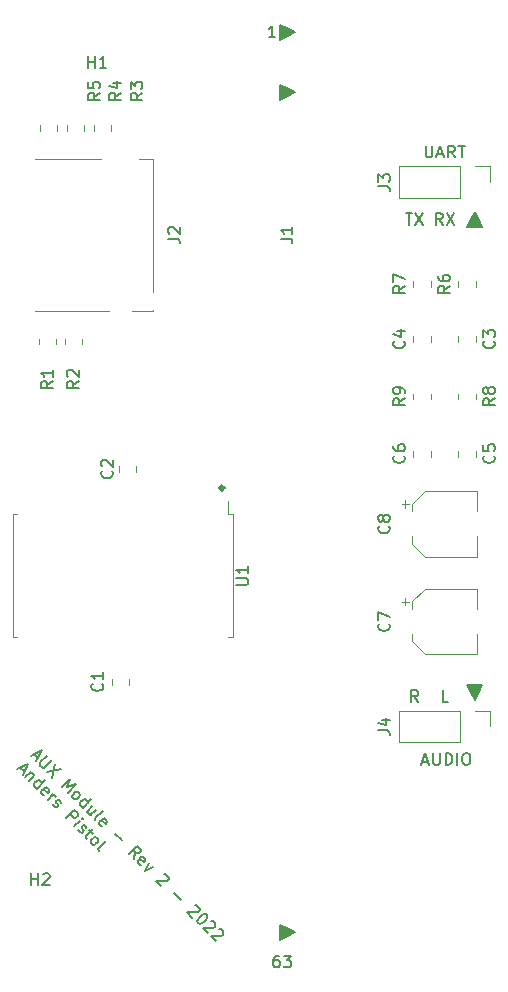
<source format=gbr>
%TF.GenerationSoftware,KiCad,Pcbnew,6.0.7*%
%TF.CreationDate,2022-09-06T19:52:02+02:00*%
%TF.ProjectId,srambrd,7372616d-6272-4642-9e6b-696361645f70,rev?*%
%TF.SameCoordinates,Original*%
%TF.FileFunction,Legend,Top*%
%TF.FilePolarity,Positive*%
%FSLAX46Y46*%
G04 Gerber Fmt 4.6, Leading zero omitted, Abs format (unit mm)*
G04 Created by KiCad (PCBNEW 6.0.7) date 2022-09-06 19:52:02*
%MOMM*%
%LPD*%
G01*
G04 APERTURE LIST*
%ADD10C,0.357843*%
%ADD11C,0.150000*%
%ADD12C,0.120000*%
G04 APERTURE END LIST*
D10*
X123578921Y-100800000D02*
G75*
G03*
X123578921Y-100800000I-178921J0D01*
G01*
D11*
X107454999Y-123352260D02*
X107791717Y-123688977D01*
X107185625Y-123486947D02*
X108128434Y-123015542D01*
X107657030Y-123958351D01*
X108599839Y-123486947D02*
X108027419Y-124059366D01*
X107993747Y-124160382D01*
X107993747Y-124227725D01*
X108027419Y-124328740D01*
X108162106Y-124463427D01*
X108263121Y-124497099D01*
X108330465Y-124497099D01*
X108431480Y-124463427D01*
X109003900Y-123891008D01*
X109273274Y-124160382D02*
X109037572Y-125338893D01*
X109744678Y-124631786D02*
X108566167Y-124867488D01*
X109845694Y-126147015D02*
X110552800Y-125439908D01*
X110283426Y-126180687D01*
X111024205Y-125911313D01*
X110317098Y-126618419D01*
X110754831Y-127056152D02*
X110721159Y-126955137D01*
X110721159Y-126887793D01*
X110754831Y-126786778D01*
X110956861Y-126584748D01*
X111057877Y-126551076D01*
X111125220Y-126551076D01*
X111226235Y-126584748D01*
X111327251Y-126685763D01*
X111360922Y-126786778D01*
X111360922Y-126854122D01*
X111327251Y-126955137D01*
X111125220Y-127157167D01*
X111024205Y-127190839D01*
X110956861Y-127190839D01*
X110855846Y-127157167D01*
X110754831Y-127056152D01*
X111596625Y-127897946D02*
X112303732Y-127190839D01*
X111630296Y-127864274D02*
X111529281Y-127830602D01*
X111394594Y-127695915D01*
X111360922Y-127594900D01*
X111360922Y-127527557D01*
X111394594Y-127426541D01*
X111596625Y-127224511D01*
X111697640Y-127190839D01*
X111764983Y-127190839D01*
X111865999Y-127224511D01*
X112000686Y-127359198D01*
X112034357Y-127460213D01*
X112707793Y-128066305D02*
X112236388Y-128537709D01*
X112404747Y-127763259D02*
X112034357Y-128133648D01*
X112000686Y-128234664D01*
X112034357Y-128335679D01*
X112135373Y-128436694D01*
X112236388Y-128470366D01*
X112303732Y-128470366D01*
X112674121Y-128975442D02*
X112640449Y-128874427D01*
X112674121Y-128773412D01*
X113280212Y-128167320D01*
X113246541Y-129480518D02*
X113145525Y-129446847D01*
X113010838Y-129312160D01*
X112977167Y-129211144D01*
X113010838Y-129110129D01*
X113280212Y-128840755D01*
X113381228Y-128807083D01*
X113482243Y-128840755D01*
X113616930Y-128975442D01*
X113650602Y-129076457D01*
X113616930Y-129177473D01*
X113549586Y-129244816D01*
X113145525Y-128975442D01*
X114357708Y-130120282D02*
X114896456Y-130659030D01*
X115906609Y-132207930D02*
X116007624Y-131635510D01*
X115502548Y-131803869D02*
X116209655Y-131096762D01*
X116479029Y-131366136D01*
X116512700Y-131467152D01*
X116512700Y-131534495D01*
X116479029Y-131635510D01*
X116378013Y-131736526D01*
X116276998Y-131770197D01*
X116209655Y-131770197D01*
X116108639Y-131736526D01*
X115839265Y-131467152D01*
X116512700Y-132746678D02*
X116411685Y-132713006D01*
X116276998Y-132578319D01*
X116243326Y-132477304D01*
X116276998Y-132376289D01*
X116546372Y-132106915D01*
X116647387Y-132073243D01*
X116748403Y-132106915D01*
X116883090Y-132241602D01*
X116916761Y-132342617D01*
X116883090Y-132443632D01*
X116815746Y-132510976D01*
X116411685Y-132241602D01*
X117219807Y-132578319D02*
X116916761Y-133218083D01*
X117556525Y-132915037D01*
X118499334Y-133521128D02*
X118566677Y-133521128D01*
X118667693Y-133554800D01*
X118836051Y-133723159D01*
X118869723Y-133824174D01*
X118869723Y-133891518D01*
X118836051Y-133992533D01*
X118768708Y-134059877D01*
X118634021Y-134127220D01*
X117825899Y-134127220D01*
X118263632Y-134564953D01*
X119374799Y-135137373D02*
X119913547Y-135676121D01*
X121125730Y-136147525D02*
X121193074Y-136147525D01*
X121294089Y-136181197D01*
X121462448Y-136349556D01*
X121496120Y-136450571D01*
X121496120Y-136517914D01*
X121462448Y-136618930D01*
X121395104Y-136686273D01*
X121260417Y-136753617D01*
X120452295Y-136753617D01*
X120890028Y-137191349D01*
X122034868Y-136921975D02*
X122102211Y-136989319D01*
X122135883Y-137090334D01*
X122135883Y-137157678D01*
X122102211Y-137258693D01*
X122001196Y-137427052D01*
X121832837Y-137595410D01*
X121664478Y-137696426D01*
X121563463Y-137730097D01*
X121496120Y-137730097D01*
X121395104Y-137696426D01*
X121327761Y-137629082D01*
X121294089Y-137528067D01*
X121294089Y-137460723D01*
X121327761Y-137359708D01*
X121428776Y-137191349D01*
X121597135Y-137022991D01*
X121765494Y-136921975D01*
X121866509Y-136888304D01*
X121933852Y-136888304D01*
X122034868Y-136921975D01*
X122472600Y-137494395D02*
X122539944Y-137494395D01*
X122640959Y-137528067D01*
X122809318Y-137696426D01*
X122842990Y-137797441D01*
X122842990Y-137864784D01*
X122809318Y-137965800D01*
X122741974Y-138033143D01*
X122607287Y-138100487D01*
X121799165Y-138100487D01*
X122236898Y-138538219D01*
X123146035Y-138167830D02*
X123213379Y-138167830D01*
X123314394Y-138201502D01*
X123482753Y-138369861D01*
X123516425Y-138470876D01*
X123516425Y-138538219D01*
X123482753Y-138639235D01*
X123415409Y-138706578D01*
X123280722Y-138773922D01*
X122472600Y-138773922D01*
X122910333Y-139211654D01*
X106316557Y-124490702D02*
X106653275Y-124827419D01*
X106047183Y-124625389D02*
X106989992Y-124153984D01*
X106518588Y-125096793D01*
X107225695Y-124861091D02*
X106754290Y-125332495D01*
X107158351Y-124928434D02*
X107225695Y-124928434D01*
X107326710Y-124962106D01*
X107427725Y-125063121D01*
X107461397Y-125164137D01*
X107427725Y-125265152D01*
X107057336Y-125635541D01*
X107697099Y-126275304D02*
X108404206Y-125568198D01*
X107730771Y-126241633D02*
X107629756Y-126207961D01*
X107495069Y-126073274D01*
X107461397Y-125972259D01*
X107461397Y-125904915D01*
X107495069Y-125803900D01*
X107697099Y-125601869D01*
X107798114Y-125568198D01*
X107865458Y-125568198D01*
X107966473Y-125601869D01*
X108101160Y-125736556D01*
X108134832Y-125837572D01*
X108336862Y-126847724D02*
X108235847Y-126814052D01*
X108101160Y-126679365D01*
X108067488Y-126578350D01*
X108101160Y-126477335D01*
X108370534Y-126207961D01*
X108471549Y-126174289D01*
X108572565Y-126207961D01*
X108707252Y-126342648D01*
X108740923Y-126443663D01*
X108707252Y-126544678D01*
X108639908Y-126612022D01*
X108235847Y-126342648D01*
X108639908Y-127218113D02*
X109111313Y-126746709D01*
X108976626Y-126881396D02*
X109077641Y-126847724D01*
X109144984Y-126847724D01*
X109246000Y-126881396D01*
X109313343Y-126948739D01*
X109077641Y-127588503D02*
X109111313Y-127689518D01*
X109246000Y-127824205D01*
X109347015Y-127857877D01*
X109448030Y-127824205D01*
X109481702Y-127790533D01*
X109515374Y-127689518D01*
X109481702Y-127588503D01*
X109380687Y-127487487D01*
X109347015Y-127386472D01*
X109380687Y-127285457D01*
X109414358Y-127251785D01*
X109515374Y-127218113D01*
X109616389Y-127251785D01*
X109717404Y-127352800D01*
X109751076Y-127453816D01*
X110188809Y-128767014D02*
X110895915Y-128059907D01*
X111165290Y-128329281D01*
X111198961Y-128430296D01*
X111198961Y-128497640D01*
X111165290Y-128598655D01*
X111064274Y-128699670D01*
X110963259Y-128733342D01*
X110895915Y-128733342D01*
X110794900Y-128699670D01*
X110525526Y-128430296D01*
X110895915Y-129474121D02*
X111367320Y-129002716D01*
X111603022Y-128767014D02*
X111535679Y-128767014D01*
X111535679Y-128834357D01*
X111603022Y-128834357D01*
X111603022Y-128767014D01*
X111535679Y-128834357D01*
X111232633Y-129743495D02*
X111266305Y-129844510D01*
X111400992Y-129979197D01*
X111502007Y-130012869D01*
X111603022Y-129979197D01*
X111636694Y-129945525D01*
X111670366Y-129844510D01*
X111636694Y-129743495D01*
X111535679Y-129642480D01*
X111502007Y-129541464D01*
X111535679Y-129440449D01*
X111569351Y-129406777D01*
X111670366Y-129373106D01*
X111771381Y-129406777D01*
X111872396Y-129507793D01*
X111906068Y-129608808D01*
X112175442Y-129810838D02*
X112444816Y-130080212D01*
X112512160Y-129676151D02*
X111906068Y-130282243D01*
X111872396Y-130383258D01*
X111906068Y-130484273D01*
X111973412Y-130551617D01*
X112310129Y-130888334D02*
X112276457Y-130787319D01*
X112276457Y-130719976D01*
X112310129Y-130618960D01*
X112512160Y-130416930D01*
X112613175Y-130383258D01*
X112680518Y-130383258D01*
X112781534Y-130416930D01*
X112882549Y-130517945D01*
X112916221Y-130618960D01*
X112916221Y-130686304D01*
X112882549Y-130787319D01*
X112680518Y-130989350D01*
X112579503Y-131023021D01*
X112512160Y-131023021D01*
X112411144Y-130989350D01*
X112310129Y-130888334D01*
X112949892Y-131528098D02*
X112916221Y-131427082D01*
X112949892Y-131326067D01*
X113555984Y-130719976D01*
G36*
X144806883Y-118811847D02*
G01*
X144171883Y-117541847D01*
X145441883Y-117541847D01*
X144806883Y-118811847D01*
G37*
X144806883Y-118811847D02*
X144171883Y-117541847D01*
X145441883Y-117541847D01*
X144806883Y-118811847D01*
G36*
X129540000Y-62230000D02*
G01*
X128270000Y-62865000D01*
X128270000Y-61595000D01*
X129540000Y-62230000D01*
G37*
X129540000Y-62230000D02*
X128270000Y-62865000D01*
X128270000Y-61595000D01*
X129540000Y-62230000D01*
G36*
X129540000Y-67310000D02*
G01*
X128270000Y-67945000D01*
X128270000Y-66675000D01*
X129540000Y-67310000D01*
G37*
X129540000Y-67310000D02*
X128270000Y-67945000D01*
X128270000Y-66675000D01*
X129540000Y-67310000D01*
G36*
X145415000Y-78740000D02*
G01*
X144145000Y-78740000D01*
X144780000Y-77470000D01*
X145415000Y-78740000D01*
G37*
X145415000Y-78740000D02*
X144145000Y-78740000D01*
X144780000Y-77470000D01*
X145415000Y-78740000D01*
G36*
X129540000Y-138430000D02*
G01*
X128270000Y-139065000D01*
X128270000Y-137795000D01*
X129540000Y-138430000D01*
G37*
X129540000Y-138430000D02*
X128270000Y-139065000D01*
X128270000Y-137795000D01*
X129540000Y-138430000D01*
X142073333Y-78557380D02*
X141740000Y-78081190D01*
X141501904Y-78557380D02*
X141501904Y-77557380D01*
X141882857Y-77557380D01*
X141978095Y-77605000D01*
X142025714Y-77652619D01*
X142073333Y-77747857D01*
X142073333Y-77890714D01*
X142025714Y-77985952D01*
X141978095Y-78033571D01*
X141882857Y-78081190D01*
X141501904Y-78081190D01*
X142406666Y-77557380D02*
X143073333Y-78557380D01*
X143073333Y-77557380D02*
X142406666Y-78557380D01*
X138938095Y-77557380D02*
X139509523Y-77557380D01*
X139223809Y-78557380D02*
X139223809Y-77557380D01*
X139747619Y-77557380D02*
X140414285Y-78557380D01*
X140414285Y-77557380D02*
X139747619Y-78557380D01*
X140644761Y-71842380D02*
X140644761Y-72651904D01*
X140692380Y-72747142D01*
X140740000Y-72794761D01*
X140835238Y-72842380D01*
X141025714Y-72842380D01*
X141120952Y-72794761D01*
X141168571Y-72747142D01*
X141216190Y-72651904D01*
X141216190Y-71842380D01*
X141644761Y-72556666D02*
X142120952Y-72556666D01*
X141549523Y-72842380D02*
X141882857Y-71842380D01*
X142216190Y-72842380D01*
X143120952Y-72842380D02*
X142787619Y-72366190D01*
X142549523Y-72842380D02*
X142549523Y-71842380D01*
X142930476Y-71842380D01*
X143025714Y-71890000D01*
X143073333Y-71937619D01*
X143120952Y-72032857D01*
X143120952Y-72175714D01*
X143073333Y-72270952D01*
X143025714Y-72318571D01*
X142930476Y-72366190D01*
X142549523Y-72366190D01*
X143406666Y-71842380D02*
X143978095Y-71842380D01*
X143692380Y-72842380D02*
X143692380Y-71842380D01*
X142549523Y-118925649D02*
X142073333Y-118925649D01*
X142073333Y-117925649D01*
X140009523Y-118925649D02*
X139676190Y-118449459D01*
X139438095Y-118925649D02*
X139438095Y-117925649D01*
X139819047Y-117925649D01*
X139914285Y-117973269D01*
X139961904Y-118020888D01*
X140009523Y-118116126D01*
X140009523Y-118258983D01*
X139961904Y-118354221D01*
X139914285Y-118401840D01*
X139819047Y-118449459D01*
X139438095Y-118449459D01*
X128204404Y-140422380D02*
X128013928Y-140422380D01*
X127918690Y-140470000D01*
X127871071Y-140517619D01*
X127775833Y-140660476D01*
X127728214Y-140850952D01*
X127728214Y-141231904D01*
X127775833Y-141327142D01*
X127823452Y-141374761D01*
X127918690Y-141422380D01*
X128109166Y-141422380D01*
X128204404Y-141374761D01*
X128252023Y-141327142D01*
X128299642Y-141231904D01*
X128299642Y-140993809D01*
X128252023Y-140898571D01*
X128204404Y-140850952D01*
X128109166Y-140803333D01*
X127918690Y-140803333D01*
X127823452Y-140850952D01*
X127775833Y-140898571D01*
X127728214Y-140993809D01*
X128632976Y-140422380D02*
X129252023Y-140422380D01*
X128918690Y-140803333D01*
X129061547Y-140803333D01*
X129156785Y-140850952D01*
X129204404Y-140898571D01*
X129252023Y-140993809D01*
X129252023Y-141231904D01*
X129204404Y-141327142D01*
X129156785Y-141374761D01*
X129061547Y-141422380D01*
X128775833Y-141422380D01*
X128680595Y-141374761D01*
X128632976Y-141327142D01*
X140372399Y-123991666D02*
X140848589Y-123991666D01*
X140277161Y-124277380D02*
X140610494Y-123277380D01*
X140943828Y-124277380D01*
X141277161Y-123277380D02*
X141277161Y-124086904D01*
X141324780Y-124182142D01*
X141372399Y-124229761D01*
X141467637Y-124277380D01*
X141658113Y-124277380D01*
X141753351Y-124229761D01*
X141800970Y-124182142D01*
X141848589Y-124086904D01*
X141848589Y-123277380D01*
X142324780Y-124277380D02*
X142324780Y-123277380D01*
X142562875Y-123277380D01*
X142705732Y-123325000D01*
X142800970Y-123420238D01*
X142848589Y-123515476D01*
X142896209Y-123705952D01*
X142896209Y-123848809D01*
X142848589Y-124039285D01*
X142800970Y-124134523D01*
X142705732Y-124229761D01*
X142562875Y-124277380D01*
X142324780Y-124277380D01*
X143324780Y-124277380D02*
X143324780Y-123277380D01*
X143991447Y-123277380D02*
X144181923Y-123277380D01*
X144277161Y-123325000D01*
X144372399Y-123420238D01*
X144420018Y-123610714D01*
X144420018Y-123944047D01*
X144372399Y-124134523D01*
X144277161Y-124229761D01*
X144181923Y-124277380D01*
X143991447Y-124277380D01*
X143896209Y-124229761D01*
X143800970Y-124134523D01*
X143753351Y-123944047D01*
X143753351Y-123610714D01*
X143800970Y-123420238D01*
X143896209Y-123325000D01*
X143991447Y-123277380D01*
X127920714Y-62682380D02*
X127349285Y-62682380D01*
X127635000Y-62682380D02*
X127635000Y-61682380D01*
X127539761Y-61825238D01*
X127444523Y-61920476D01*
X127349285Y-61968095D01*
%TO.C,R5*%
X113052380Y-67366666D02*
X112576190Y-67700000D01*
X113052380Y-67938095D02*
X112052380Y-67938095D01*
X112052380Y-67557142D01*
X112100000Y-67461904D01*
X112147619Y-67414285D01*
X112242857Y-67366666D01*
X112385714Y-67366666D01*
X112480952Y-67414285D01*
X112528571Y-67461904D01*
X112576190Y-67557142D01*
X112576190Y-67938095D01*
X112052380Y-66461904D02*
X112052380Y-66938095D01*
X112528571Y-66985714D01*
X112480952Y-66938095D01*
X112433333Y-66842857D01*
X112433333Y-66604761D01*
X112480952Y-66509523D01*
X112528571Y-66461904D01*
X112623809Y-66414285D01*
X112861904Y-66414285D01*
X112957142Y-66461904D01*
X113004761Y-66509523D01*
X113052380Y-66604761D01*
X113052380Y-66842857D01*
X113004761Y-66938095D01*
X112957142Y-66985714D01*
%TO.C,C7*%
X137512299Y-112306407D02*
X137559918Y-112354026D01*
X137607537Y-112496883D01*
X137607537Y-112592121D01*
X137559918Y-112734979D01*
X137464680Y-112830217D01*
X137369442Y-112877836D01*
X137178966Y-112925455D01*
X137036109Y-112925455D01*
X136845633Y-112877836D01*
X136750395Y-112830217D01*
X136655157Y-112734979D01*
X136607537Y-112592121D01*
X136607537Y-112496883D01*
X136655157Y-112354026D01*
X136702776Y-112306407D01*
X136607537Y-111973074D02*
X136607537Y-111306407D01*
X137607537Y-111734979D01*
%TO.C,R4*%
X114852380Y-67366666D02*
X114376190Y-67700000D01*
X114852380Y-67938095D02*
X113852380Y-67938095D01*
X113852380Y-67557142D01*
X113900000Y-67461904D01*
X113947619Y-67414285D01*
X114042857Y-67366666D01*
X114185714Y-67366666D01*
X114280952Y-67414285D01*
X114328571Y-67461904D01*
X114376190Y-67557142D01*
X114376190Y-67938095D01*
X114185714Y-66509523D02*
X114852380Y-66509523D01*
X113804761Y-66747619D02*
X114519047Y-66985714D01*
X114519047Y-66366666D01*
%TO.C,J3*%
X136612380Y-75263333D02*
X137326666Y-75263333D01*
X137469523Y-75310952D01*
X137564761Y-75406190D01*
X137612380Y-75549047D01*
X137612380Y-75644285D01*
X136612380Y-74882380D02*
X136612380Y-74263333D01*
X136993333Y-74596666D01*
X136993333Y-74453809D01*
X137040952Y-74358571D01*
X137088571Y-74310952D01*
X137183809Y-74263333D01*
X137421904Y-74263333D01*
X137517142Y-74310952D01*
X137564761Y-74358571D01*
X137612380Y-74453809D01*
X137612380Y-74739523D01*
X137564761Y-74834761D01*
X137517142Y-74882380D01*
%TO.C,C4*%
X138787142Y-88392435D02*
X138834761Y-88440054D01*
X138882380Y-88582911D01*
X138882380Y-88678149D01*
X138834761Y-88821007D01*
X138739523Y-88916245D01*
X138644285Y-88963864D01*
X138453809Y-89011483D01*
X138310952Y-89011483D01*
X138120476Y-88963864D01*
X138025238Y-88916245D01*
X137930000Y-88821007D01*
X137882380Y-88678149D01*
X137882380Y-88582911D01*
X137930000Y-88440054D01*
X137977619Y-88392435D01*
X138215714Y-87535292D02*
X138882380Y-87535292D01*
X137834761Y-87773388D02*
X138549047Y-88011483D01*
X138549047Y-87392435D01*
%TO.C,H1*%
X112038095Y-65252380D02*
X112038095Y-64252380D01*
X112038095Y-64728571D02*
X112609523Y-64728571D01*
X112609523Y-65252380D02*
X112609523Y-64252380D01*
X113609523Y-65252380D02*
X113038095Y-65252380D01*
X113323809Y-65252380D02*
X113323809Y-64252380D01*
X113228571Y-64395238D01*
X113133333Y-64490476D01*
X113038095Y-64538095D01*
%TO.C,R6*%
X142692380Y-83714935D02*
X142216190Y-84048269D01*
X142692380Y-84286364D02*
X141692380Y-84286364D01*
X141692380Y-83905411D01*
X141740000Y-83810173D01*
X141787619Y-83762554D01*
X141882857Y-83714935D01*
X142025714Y-83714935D01*
X142120952Y-83762554D01*
X142168571Y-83810173D01*
X142216190Y-83905411D01*
X142216190Y-84286364D01*
X141692380Y-82857792D02*
X141692380Y-83048269D01*
X141740000Y-83143507D01*
X141787619Y-83191126D01*
X141930476Y-83286364D01*
X142120952Y-83333983D01*
X142501904Y-83333983D01*
X142597142Y-83286364D01*
X142644761Y-83238745D01*
X142692380Y-83143507D01*
X142692380Y-82953030D01*
X142644761Y-82857792D01*
X142597142Y-82810173D01*
X142501904Y-82762554D01*
X142263809Y-82762554D01*
X142168571Y-82810173D01*
X142120952Y-82857792D01*
X142073333Y-82953030D01*
X142073333Y-83143507D01*
X142120952Y-83238745D01*
X142168571Y-83286364D01*
X142263809Y-83333983D01*
%TO.C,J4*%
X136612380Y-121346602D02*
X137326666Y-121346602D01*
X137469523Y-121394221D01*
X137564761Y-121489459D01*
X137612380Y-121632316D01*
X137612380Y-121727554D01*
X136945714Y-120441840D02*
X137612380Y-120441840D01*
X136564761Y-120679935D02*
X137279047Y-120918030D01*
X137279047Y-120298983D01*
%TO.C,R9*%
X138882380Y-93239935D02*
X138406190Y-93573269D01*
X138882380Y-93811364D02*
X137882380Y-93811364D01*
X137882380Y-93430411D01*
X137930000Y-93335173D01*
X137977619Y-93287554D01*
X138072857Y-93239935D01*
X138215714Y-93239935D01*
X138310952Y-93287554D01*
X138358571Y-93335173D01*
X138406190Y-93430411D01*
X138406190Y-93811364D01*
X138882380Y-92763745D02*
X138882380Y-92573269D01*
X138834761Y-92478030D01*
X138787142Y-92430411D01*
X138644285Y-92335173D01*
X138453809Y-92287554D01*
X138072857Y-92287554D01*
X137977619Y-92335173D01*
X137930000Y-92382792D01*
X137882380Y-92478030D01*
X137882380Y-92668507D01*
X137930000Y-92763745D01*
X137977619Y-92811364D01*
X138072857Y-92858983D01*
X138310952Y-92858983D01*
X138406190Y-92811364D01*
X138453809Y-92763745D01*
X138501428Y-92668507D01*
X138501428Y-92478030D01*
X138453809Y-92382792D01*
X138406190Y-92335173D01*
X138310952Y-92287554D01*
%TO.C,R1*%
X109052380Y-91766666D02*
X108576190Y-92100000D01*
X109052380Y-92338095D02*
X108052380Y-92338095D01*
X108052380Y-91957142D01*
X108100000Y-91861904D01*
X108147619Y-91814285D01*
X108242857Y-91766666D01*
X108385714Y-91766666D01*
X108480952Y-91814285D01*
X108528571Y-91861904D01*
X108576190Y-91957142D01*
X108576190Y-92338095D01*
X109052380Y-90814285D02*
X109052380Y-91385714D01*
X109052380Y-91100000D02*
X108052380Y-91100000D01*
X108195238Y-91195238D01*
X108290476Y-91290476D01*
X108338095Y-91385714D01*
%TO.C,C2*%
X114077142Y-99366666D02*
X114124761Y-99414285D01*
X114172380Y-99557142D01*
X114172380Y-99652380D01*
X114124761Y-99795238D01*
X114029523Y-99890476D01*
X113934285Y-99938095D01*
X113743809Y-99985714D01*
X113600952Y-99985714D01*
X113410476Y-99938095D01*
X113315238Y-99890476D01*
X113220000Y-99795238D01*
X113172380Y-99652380D01*
X113172380Y-99557142D01*
X113220000Y-99414285D01*
X113267619Y-99366666D01*
X113267619Y-98985714D02*
X113220000Y-98938095D01*
X113172380Y-98842857D01*
X113172380Y-98604761D01*
X113220000Y-98509523D01*
X113267619Y-98461904D01*
X113362857Y-98414285D01*
X113458095Y-98414285D01*
X113600952Y-98461904D01*
X114172380Y-99033333D01*
X114172380Y-98414285D01*
%TO.C,U1*%
X124612380Y-109011904D02*
X125421904Y-109011904D01*
X125517142Y-108964285D01*
X125564761Y-108916666D01*
X125612380Y-108821428D01*
X125612380Y-108630952D01*
X125564761Y-108535714D01*
X125517142Y-108488095D01*
X125421904Y-108440476D01*
X124612380Y-108440476D01*
X125612380Y-107440476D02*
X125612380Y-108011904D01*
X125612380Y-107726190D02*
X124612380Y-107726190D01*
X124755238Y-107821428D01*
X124850476Y-107916666D01*
X124898095Y-108011904D01*
%TO.C,R3*%
X116652380Y-67366666D02*
X116176190Y-67700000D01*
X116652380Y-67938095D02*
X115652380Y-67938095D01*
X115652380Y-67557142D01*
X115700000Y-67461904D01*
X115747619Y-67414285D01*
X115842857Y-67366666D01*
X115985714Y-67366666D01*
X116080952Y-67414285D01*
X116128571Y-67461904D01*
X116176190Y-67557142D01*
X116176190Y-67938095D01*
X115652380Y-67033333D02*
X115652380Y-66414285D01*
X116033333Y-66747619D01*
X116033333Y-66604761D01*
X116080952Y-66509523D01*
X116128571Y-66461904D01*
X116223809Y-66414285D01*
X116461904Y-66414285D01*
X116557142Y-66461904D01*
X116604761Y-66509523D01*
X116652380Y-66604761D01*
X116652380Y-66890476D01*
X116604761Y-66985714D01*
X116557142Y-67033333D01*
%TO.C,C1*%
X113252142Y-117387666D02*
X113299761Y-117435285D01*
X113347380Y-117578142D01*
X113347380Y-117673380D01*
X113299761Y-117816238D01*
X113204523Y-117911476D01*
X113109285Y-117959095D01*
X112918809Y-118006714D01*
X112775952Y-118006714D01*
X112585476Y-117959095D01*
X112490238Y-117911476D01*
X112395000Y-117816238D01*
X112347380Y-117673380D01*
X112347380Y-117578142D01*
X112395000Y-117435285D01*
X112442619Y-117387666D01*
X113347380Y-116435285D02*
X113347380Y-117006714D01*
X113347380Y-116721000D02*
X112347380Y-116721000D01*
X112490238Y-116816238D01*
X112585476Y-116911476D01*
X112633095Y-117006714D01*
%TO.C,C8*%
X137512299Y-104051407D02*
X137559918Y-104099026D01*
X137607537Y-104241883D01*
X137607537Y-104337121D01*
X137559918Y-104479979D01*
X137464680Y-104575217D01*
X137369442Y-104622836D01*
X137178966Y-104670455D01*
X137036109Y-104670455D01*
X136845633Y-104622836D01*
X136750395Y-104575217D01*
X136655157Y-104479979D01*
X136607537Y-104337121D01*
X136607537Y-104241883D01*
X136655157Y-104099026D01*
X136702776Y-104051407D01*
X137036109Y-103479979D02*
X136988490Y-103575217D01*
X136940871Y-103622836D01*
X136845633Y-103670455D01*
X136798014Y-103670455D01*
X136702776Y-103622836D01*
X136655157Y-103575217D01*
X136607537Y-103479979D01*
X136607537Y-103289502D01*
X136655157Y-103194264D01*
X136702776Y-103146645D01*
X136798014Y-103099026D01*
X136845633Y-103099026D01*
X136940871Y-103146645D01*
X136988490Y-103194264D01*
X137036109Y-103289502D01*
X137036109Y-103479979D01*
X137083728Y-103575217D01*
X137131347Y-103622836D01*
X137226585Y-103670455D01*
X137417061Y-103670455D01*
X137512299Y-103622836D01*
X137559918Y-103575217D01*
X137607537Y-103479979D01*
X137607537Y-103289502D01*
X137559918Y-103194264D01*
X137512299Y-103146645D01*
X137417061Y-103099026D01*
X137226585Y-103099026D01*
X137131347Y-103146645D01*
X137083728Y-103194264D01*
X137036109Y-103289502D01*
%TO.C,C6*%
X138787142Y-98087435D02*
X138834761Y-98135054D01*
X138882380Y-98277911D01*
X138882380Y-98373149D01*
X138834761Y-98516007D01*
X138739523Y-98611245D01*
X138644285Y-98658864D01*
X138453809Y-98706483D01*
X138310952Y-98706483D01*
X138120476Y-98658864D01*
X138025238Y-98611245D01*
X137930000Y-98516007D01*
X137882380Y-98373149D01*
X137882380Y-98277911D01*
X137930000Y-98135054D01*
X137977619Y-98087435D01*
X137882380Y-97230292D02*
X137882380Y-97420769D01*
X137930000Y-97516007D01*
X137977619Y-97563626D01*
X138120476Y-97658864D01*
X138310952Y-97706483D01*
X138691904Y-97706483D01*
X138787142Y-97658864D01*
X138834761Y-97611245D01*
X138882380Y-97516007D01*
X138882380Y-97325530D01*
X138834761Y-97230292D01*
X138787142Y-97182673D01*
X138691904Y-97135054D01*
X138453809Y-97135054D01*
X138358571Y-97182673D01*
X138310952Y-97230292D01*
X138263333Y-97325530D01*
X138263333Y-97516007D01*
X138310952Y-97611245D01*
X138358571Y-97658864D01*
X138453809Y-97706483D01*
%TO.C,C5*%
X146407142Y-98087435D02*
X146454761Y-98135054D01*
X146502380Y-98277911D01*
X146502380Y-98373149D01*
X146454761Y-98516007D01*
X146359523Y-98611245D01*
X146264285Y-98658864D01*
X146073809Y-98706483D01*
X145930952Y-98706483D01*
X145740476Y-98658864D01*
X145645238Y-98611245D01*
X145550000Y-98516007D01*
X145502380Y-98373149D01*
X145502380Y-98277911D01*
X145550000Y-98135054D01*
X145597619Y-98087435D01*
X145502380Y-97182673D02*
X145502380Y-97658864D01*
X145978571Y-97706483D01*
X145930952Y-97658864D01*
X145883333Y-97563626D01*
X145883333Y-97325530D01*
X145930952Y-97230292D01*
X145978571Y-97182673D01*
X146073809Y-97135054D01*
X146311904Y-97135054D01*
X146407142Y-97182673D01*
X146454761Y-97230292D01*
X146502380Y-97325530D01*
X146502380Y-97563626D01*
X146454761Y-97658864D01*
X146407142Y-97706483D01*
%TO.C,R7*%
X138882380Y-83714935D02*
X138406190Y-84048269D01*
X138882380Y-84286364D02*
X137882380Y-84286364D01*
X137882380Y-83905411D01*
X137930000Y-83810173D01*
X137977619Y-83762554D01*
X138072857Y-83714935D01*
X138215714Y-83714935D01*
X138310952Y-83762554D01*
X138358571Y-83810173D01*
X138406190Y-83905411D01*
X138406190Y-84286364D01*
X137882380Y-83381602D02*
X137882380Y-82714935D01*
X138882380Y-83143507D01*
%TO.C,H2*%
X107238095Y-134452380D02*
X107238095Y-133452380D01*
X107238095Y-133928571D02*
X107809523Y-133928571D01*
X107809523Y-134452380D02*
X107809523Y-133452380D01*
X108238095Y-133547619D02*
X108285714Y-133500000D01*
X108380952Y-133452380D01*
X108619047Y-133452380D01*
X108714285Y-133500000D01*
X108761904Y-133547619D01*
X108809523Y-133642857D01*
X108809523Y-133738095D01*
X108761904Y-133880952D01*
X108190476Y-134452380D01*
X108809523Y-134452380D01*
%TO.C,C3*%
X146407142Y-88392435D02*
X146454761Y-88440054D01*
X146502380Y-88582911D01*
X146502380Y-88678149D01*
X146454761Y-88821007D01*
X146359523Y-88916245D01*
X146264285Y-88963864D01*
X146073809Y-89011483D01*
X145930952Y-89011483D01*
X145740476Y-88963864D01*
X145645238Y-88916245D01*
X145550000Y-88821007D01*
X145502380Y-88678149D01*
X145502380Y-88582911D01*
X145550000Y-88440054D01*
X145597619Y-88392435D01*
X145502380Y-88059102D02*
X145502380Y-87440054D01*
X145883333Y-87773388D01*
X145883333Y-87630530D01*
X145930952Y-87535292D01*
X145978571Y-87487673D01*
X146073809Y-87440054D01*
X146311904Y-87440054D01*
X146407142Y-87487673D01*
X146454761Y-87535292D01*
X146502380Y-87630530D01*
X146502380Y-87916245D01*
X146454761Y-88011483D01*
X146407142Y-88059102D01*
%TO.C,R8*%
X146502380Y-93239935D02*
X146026190Y-93573269D01*
X146502380Y-93811364D02*
X145502380Y-93811364D01*
X145502380Y-93430411D01*
X145550000Y-93335173D01*
X145597619Y-93287554D01*
X145692857Y-93239935D01*
X145835714Y-93239935D01*
X145930952Y-93287554D01*
X145978571Y-93335173D01*
X146026190Y-93430411D01*
X146026190Y-93811364D01*
X145930952Y-92668507D02*
X145883333Y-92763745D01*
X145835714Y-92811364D01*
X145740476Y-92858983D01*
X145692857Y-92858983D01*
X145597619Y-92811364D01*
X145550000Y-92763745D01*
X145502380Y-92668507D01*
X145502380Y-92478030D01*
X145550000Y-92382792D01*
X145597619Y-92335173D01*
X145692857Y-92287554D01*
X145740476Y-92287554D01*
X145835714Y-92335173D01*
X145883333Y-92382792D01*
X145930952Y-92478030D01*
X145930952Y-92668507D01*
X145978571Y-92763745D01*
X146026190Y-92811364D01*
X146121428Y-92858983D01*
X146311904Y-92858983D01*
X146407142Y-92811364D01*
X146454761Y-92763745D01*
X146502380Y-92668507D01*
X146502380Y-92478030D01*
X146454761Y-92382792D01*
X146407142Y-92335173D01*
X146311904Y-92287554D01*
X146121428Y-92287554D01*
X146026190Y-92335173D01*
X145978571Y-92382792D01*
X145930952Y-92478030D01*
%TO.C,R2*%
X111252380Y-91766666D02*
X110776190Y-92100000D01*
X111252380Y-92338095D02*
X110252380Y-92338095D01*
X110252380Y-91957142D01*
X110300000Y-91861904D01*
X110347619Y-91814285D01*
X110442857Y-91766666D01*
X110585714Y-91766666D01*
X110680952Y-91814285D01*
X110728571Y-91861904D01*
X110776190Y-91957142D01*
X110776190Y-92338095D01*
X110347619Y-91385714D02*
X110300000Y-91338095D01*
X110252380Y-91242857D01*
X110252380Y-91004761D01*
X110300000Y-90909523D01*
X110347619Y-90861904D01*
X110442857Y-90814285D01*
X110538095Y-90814285D01*
X110680952Y-90861904D01*
X111252380Y-91433333D01*
X111252380Y-90814285D01*
%TO.C,J2*%
X118837380Y-79708333D02*
X119551666Y-79708333D01*
X119694523Y-79755952D01*
X119789761Y-79851190D01*
X119837380Y-79994047D01*
X119837380Y-80089285D01*
X118932619Y-79279761D02*
X118885000Y-79232142D01*
X118837380Y-79136904D01*
X118837380Y-78898809D01*
X118885000Y-78803571D01*
X118932619Y-78755952D01*
X119027857Y-78708333D01*
X119123095Y-78708333D01*
X119265952Y-78755952D01*
X119837380Y-79327380D01*
X119837380Y-78708333D01*
%TO.C,J1*%
X128357380Y-79708333D02*
X129071666Y-79708333D01*
X129214523Y-79755952D01*
X129309761Y-79851190D01*
X129357380Y-79994047D01*
X129357380Y-80089285D01*
X129357380Y-78708333D02*
X129357380Y-79279761D01*
X129357380Y-78994047D02*
X128357380Y-78994047D01*
X128500238Y-79089285D01*
X128595476Y-79184523D01*
X128643095Y-79279761D01*
D12*
%TO.C,R5*%
X109447000Y-70130936D02*
X109447000Y-70585064D01*
X107977000Y-70130936D02*
X107977000Y-70585064D01*
%TO.C,C7*%
X140544437Y-114883269D02*
X145000000Y-114883269D01*
X145000000Y-109363269D02*
X145000000Y-111063269D01*
X139480000Y-113818832D02*
X140544437Y-114883269D01*
X139480000Y-113818832D02*
X139480000Y-113183269D01*
X139480000Y-110427706D02*
X139480000Y-111063269D01*
X138927500Y-110125769D02*
X138927500Y-110750769D01*
X145000000Y-114883269D02*
X145000000Y-113183269D01*
X138615000Y-110438269D02*
X139240000Y-110438269D01*
X139480000Y-110427706D02*
X140544437Y-109363269D01*
X140544437Y-109363269D02*
X145000000Y-109363269D01*
%TO.C,R4*%
X111733000Y-70130936D02*
X111733000Y-70585064D01*
X110263000Y-70130936D02*
X110263000Y-70585064D01*
%TO.C,J3*%
X143510000Y-76260000D02*
X138370000Y-76260000D01*
X143510000Y-73600000D02*
X138370000Y-73600000D01*
X144780000Y-73600000D02*
X146110000Y-73600000D01*
X146110000Y-73600000D02*
X146110000Y-74930000D01*
X138370000Y-73600000D02*
X138370000Y-76260000D01*
X143510000Y-73600000D02*
X143510000Y-76260000D01*
%TO.C,C4*%
X139600000Y-88487021D02*
X139600000Y-87964517D01*
X141070000Y-88487021D02*
X141070000Y-87964517D01*
%TO.C,R6*%
X144880000Y-83321205D02*
X144880000Y-83775333D01*
X143410000Y-83321205D02*
X143410000Y-83775333D01*
%TO.C,J4*%
X143510000Y-119683269D02*
X143510000Y-122343269D01*
X146110000Y-119683269D02*
X146110000Y-121013269D01*
X144780000Y-119683269D02*
X146110000Y-119683269D01*
X138370000Y-119683269D02*
X138370000Y-122343269D01*
X143510000Y-122343269D02*
X138370000Y-122343269D01*
X143510000Y-119683269D02*
X138370000Y-119683269D01*
%TO.C,R9*%
X141070000Y-92846205D02*
X141070000Y-93300333D01*
X139600000Y-92846205D02*
X139600000Y-93300333D01*
%TO.C,R1*%
X109335000Y-88627064D02*
X109335000Y-88172936D01*
X107865000Y-88627064D02*
X107865000Y-88172936D01*
%TO.C,C2*%
X114665000Y-99461252D02*
X114665000Y-98938748D01*
X116135000Y-99461252D02*
X116135000Y-98938748D01*
%TO.C,U1*%
X123935000Y-103060000D02*
X123935000Y-101900000D01*
X124315000Y-108250000D02*
X124315000Y-103060000D01*
X124315000Y-113440000D02*
X123935000Y-113440000D01*
X105685000Y-103060000D02*
X106065000Y-103060000D01*
X105685000Y-108250000D02*
X105685000Y-113440000D01*
X124315000Y-108250000D02*
X124315000Y-113440000D01*
X124315000Y-103060000D02*
X123935000Y-103060000D01*
X105685000Y-108250000D02*
X105685000Y-103060000D01*
X105685000Y-113440000D02*
X106065000Y-113440000D01*
%TO.C,R3*%
X112549000Y-70130936D02*
X112549000Y-70585064D01*
X114019000Y-70130936D02*
X114019000Y-70585064D01*
%TO.C,C1*%
X114065000Y-116959748D02*
X114065000Y-117482252D01*
X115535000Y-116959748D02*
X115535000Y-117482252D01*
%TO.C,C8*%
X140544437Y-101108269D02*
X145000000Y-101108269D01*
X138615000Y-102183269D02*
X139240000Y-102183269D01*
X145000000Y-106628269D02*
X145000000Y-104928269D01*
X139480000Y-102172706D02*
X139480000Y-102808269D01*
X145000000Y-101108269D02*
X145000000Y-102808269D01*
X139480000Y-105563832D02*
X140544437Y-106628269D01*
X140544437Y-106628269D02*
X145000000Y-106628269D01*
X139480000Y-105563832D02*
X139480000Y-104928269D01*
X139480000Y-102172706D02*
X140544437Y-101108269D01*
X138927500Y-101870769D02*
X138927500Y-102495769D01*
%TO.C,C6*%
X141070000Y-98182021D02*
X141070000Y-97659517D01*
X139600000Y-98182021D02*
X139600000Y-97659517D01*
%TO.C,C5*%
X143410000Y-97659517D02*
X143410000Y-98182021D01*
X144880000Y-97659517D02*
X144880000Y-98182021D01*
%TO.C,R7*%
X141070000Y-83321205D02*
X141070000Y-83775333D01*
X139600000Y-83321205D02*
X139600000Y-83775333D01*
%TO.C,C3*%
X144880000Y-87964517D02*
X144880000Y-88487021D01*
X143410000Y-87964517D02*
X143410000Y-88487021D01*
%TO.C,R8*%
X144880000Y-92846205D02*
X144880000Y-93300333D01*
X143410000Y-92846205D02*
X143410000Y-93300333D01*
%TO.C,R2*%
X111535000Y-88627064D02*
X111535000Y-88172936D01*
X110065000Y-88627064D02*
X110065000Y-88172936D01*
%TO.C,J2*%
X113835000Y-85835000D02*
X107535000Y-85835000D01*
X116385000Y-72965000D02*
X117545000Y-72965000D01*
X113135000Y-72965000D02*
X107535000Y-72965000D01*
X117545000Y-85725000D02*
X117545000Y-85835000D01*
X117545000Y-72965000D02*
X117545000Y-84225000D01*
X117545000Y-85835000D02*
X115735000Y-85835000D01*
%TD*%
M02*

</source>
